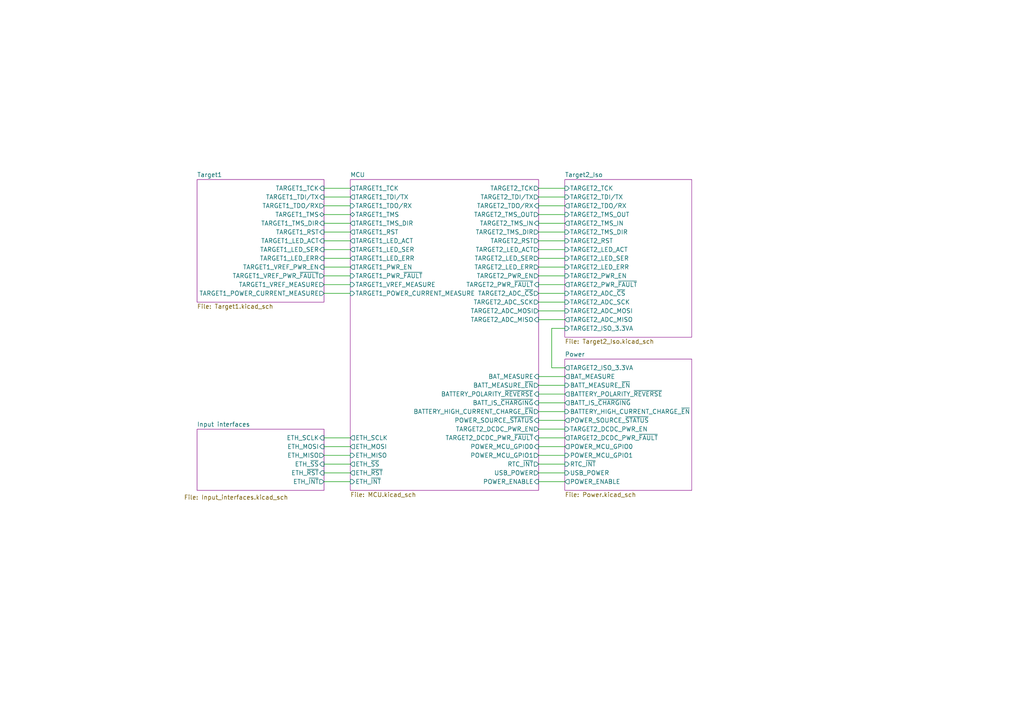
<source format=kicad_sch>
(kicad_sch
	(version 20231120)
	(generator "eeschema")
	(generator_version "8.0")
	(uuid "65daf8d2-4825-4f87-b4f0-8df3e12da549")
	(paper "A4")
	(title_block
		(title "YukaLink rev. D")
		(date "2024-10-23")
		(comment 2 "Designed by: Dmitry Rezvanov (https://github.com/Misaka0x2730)")
	)
	(lib_symbols)
	(wire
		(pts
			(xy 156.21 132.08) (xy 163.83 132.08)
		)
		(stroke
			(width 0)
			(type default)
		)
		(uuid "03ea7d77-1909-4de3-a08b-466f46e202c6")
	)
	(wire
		(pts
			(xy 93.98 129.54) (xy 101.6 129.54)
		)
		(stroke
			(width 0)
			(type default)
		)
		(uuid "07889dc3-9f4e-4702-91af-3a4422710023")
	)
	(wire
		(pts
			(xy 156.21 121.92) (xy 163.83 121.92)
		)
		(stroke
			(width 0)
			(type default)
		)
		(uuid "0c28bc22-c6e1-4fb7-971a-5dabd3141d89")
	)
	(wire
		(pts
			(xy 156.21 54.61) (xy 163.83 54.61)
		)
		(stroke
			(width 0)
			(type solid)
		)
		(uuid "10e3a374-8e75-409e-828e-e8ba380b73ae")
	)
	(wire
		(pts
			(xy 156.21 72.39) (xy 163.83 72.39)
		)
		(stroke
			(width 0)
			(type solid)
		)
		(uuid "1471ef52-2000-46a2-9784-1f532b67f3bc")
	)
	(wire
		(pts
			(xy 156.21 62.23) (xy 163.83 62.23)
		)
		(stroke
			(width 0)
			(type solid)
		)
		(uuid "1549bddb-18e4-4b09-8981-3fe030cd73eb")
	)
	(wire
		(pts
			(xy 93.98 139.7) (xy 101.6 139.7)
		)
		(stroke
			(width 0)
			(type default)
		)
		(uuid "15719a5a-d138-4c04-85dd-03e388fac6b2")
	)
	(wire
		(pts
			(xy 156.21 77.47) (xy 163.83 77.47)
		)
		(stroke
			(width 0)
			(type solid)
		)
		(uuid "1d7aba63-fc41-4660-83f0-ae72ae31ed4c")
	)
	(wire
		(pts
			(xy 156.21 80.01) (xy 163.83 80.01)
		)
		(stroke
			(width 0)
			(type solid)
		)
		(uuid "1e69f2ac-9be4-4cc0-b6e0-64e38d5da546")
	)
	(wire
		(pts
			(xy 156.21 119.38) (xy 163.83 119.38)
		)
		(stroke
			(width 0)
			(type default)
		)
		(uuid "2602afff-152a-40ab-9199-be0eee03a8f1")
	)
	(wire
		(pts
			(xy 156.21 137.16) (xy 163.83 137.16)
		)
		(stroke
			(width 0)
			(type default)
		)
		(uuid "27e7d91b-82ab-4bc7-90c6-f9bce46cba28")
	)
	(wire
		(pts
			(xy 93.98 85.09) (xy 101.6 85.09)
		)
		(stroke
			(width 0)
			(type default)
		)
		(uuid "30154f89-07f1-44a6-b4fa-9729c062c3c3")
	)
	(wire
		(pts
			(xy 93.98 64.77) (xy 101.6 64.77)
		)
		(stroke
			(width 0)
			(type solid)
		)
		(uuid "3548faa3-6c3c-410f-bb09-26a41ed185f5")
	)
	(wire
		(pts
			(xy 156.21 124.46) (xy 163.83 124.46)
		)
		(stroke
			(width 0)
			(type default)
		)
		(uuid "389f4344-8995-4727-9ed5-a3f9189d5c73")
	)
	(wire
		(pts
			(xy 156.21 74.93) (xy 163.83 74.93)
		)
		(stroke
			(width 0)
			(type solid)
		)
		(uuid "3ab19a28-39fb-439c-8a2d-c32045f0cd8d")
	)
	(wire
		(pts
			(xy 156.21 129.54) (xy 163.83 129.54)
		)
		(stroke
			(width 0)
			(type default)
		)
		(uuid "40ca632b-4aeb-4ee6-a2d1-158303b7ae51")
	)
	(wire
		(pts
			(xy 93.98 132.08) (xy 101.6 132.08)
		)
		(stroke
			(width 0)
			(type default)
		)
		(uuid "496f0d37-2c47-451f-a923-e8967d62df89")
	)
	(wire
		(pts
			(xy 93.98 54.61) (xy 101.6 54.61)
		)
		(stroke
			(width 0)
			(type solid)
		)
		(uuid "49efbe59-f0d5-4362-98d0-c6290c1e28d1")
	)
	(wire
		(pts
			(xy 93.98 57.15) (xy 101.6 57.15)
		)
		(stroke
			(width 0)
			(type solid)
		)
		(uuid "503dc07a-63b5-4fe6-acdf-ced75c0979ca")
	)
	(wire
		(pts
			(xy 93.98 59.69) (xy 101.6 59.69)
		)
		(stroke
			(width 0)
			(type solid)
		)
		(uuid "59b50a89-06be-48b1-9b60-e2c07391ffbf")
	)
	(wire
		(pts
			(xy 93.98 77.47) (xy 101.6 77.47)
		)
		(stroke
			(width 0)
			(type solid)
		)
		(uuid "5d18514c-472d-4e72-a553-127d0d2167c4")
	)
	(wire
		(pts
			(xy 93.98 74.93) (xy 101.6 74.93)
		)
		(stroke
			(width 0)
			(type default)
		)
		(uuid "5e6d5e0e-61f4-484a-aac8-5ed1daeebf0c")
	)
	(wire
		(pts
			(xy 156.21 59.69) (xy 163.83 59.69)
		)
		(stroke
			(width 0)
			(type solid)
		)
		(uuid "63ed7164-5b63-4fee-aa23-7986ecc41a20")
	)
	(wire
		(pts
			(xy 160.02 106.68) (xy 163.83 106.68)
		)
		(stroke
			(width 0)
			(type default)
		)
		(uuid "6552a323-eb09-46ec-83d3-9875ac446b5e")
	)
	(wire
		(pts
			(xy 93.98 67.31) (xy 101.6 67.31)
		)
		(stroke
			(width 0)
			(type default)
		)
		(uuid "6954f4f1-9fbb-45bd-9d4f-fa036baf130a")
	)
	(wire
		(pts
			(xy 160.02 95.25) (xy 160.02 106.68)
		)
		(stroke
			(width 0)
			(type default)
		)
		(uuid "777ee351-5f83-4b8b-bb0b-79c675205f25")
	)
	(wire
		(pts
			(xy 93.98 69.85) (xy 101.6 69.85)
		)
		(stroke
			(width 0)
			(type default)
		)
		(uuid "806dfd74-426c-410e-9d8c-8e211ad7f632")
	)
	(wire
		(pts
			(xy 156.21 64.77) (xy 163.83 64.77)
		)
		(stroke
			(width 0)
			(type solid)
		)
		(uuid "81dd90a8-99b3-40df-9aa4-d37328bf1f6b")
	)
	(wire
		(pts
			(xy 160.02 95.25) (xy 163.83 95.25)
		)
		(stroke
			(width 0)
			(type default)
		)
		(uuid "850688ef-1a55-478e-92ec-7ee2d4780f3d")
	)
	(wire
		(pts
			(xy 156.21 87.63) (xy 163.83 87.63)
		)
		(stroke
			(width 0)
			(type default)
		)
		(uuid "881a4cd3-48de-4f2d-8445-83a41a553102")
	)
	(wire
		(pts
			(xy 156.21 92.71) (xy 163.83 92.71)
		)
		(stroke
			(width 0)
			(type default)
		)
		(uuid "88801400-b340-4f2c-a29a-d6f6b8ccfbe4")
	)
	(wire
		(pts
			(xy 93.98 62.23) (xy 101.6 62.23)
		)
		(stroke
			(width 0)
			(type solid)
		)
		(uuid "88c614bf-487f-4032-8d8d-208a0309512f")
	)
	(wire
		(pts
			(xy 156.21 134.62) (xy 163.83 134.62)
		)
		(stroke
			(width 0)
			(type default)
		)
		(uuid "930b8f90-2202-4b42-ae31-0af74c593d50")
	)
	(wire
		(pts
			(xy 93.98 127) (xy 101.6 127)
		)
		(stroke
			(width 0)
			(type default)
		)
		(uuid "99c51796-52c8-4c6c-ad07-b0ef423f9716")
	)
	(wire
		(pts
			(xy 156.21 67.31) (xy 163.83 67.31)
		)
		(stroke
			(width 0)
			(type solid)
		)
		(uuid "9a4c7481-867c-4e74-a9a2-d64acdc65401")
	)
	(wire
		(pts
			(xy 156.21 116.84) (xy 163.83 116.84)
		)
		(stroke
			(width 0)
			(type default)
		)
		(uuid "a03ea8a8-3c49-4aa0-92fc-7fbdf488a61c")
	)
	(wire
		(pts
			(xy 93.98 134.62) (xy 101.6 134.62)
		)
		(stroke
			(width 0)
			(type default)
		)
		(uuid "a3817e3b-d297-40b1-aee2-80a16319f5d4")
	)
	(wire
		(pts
			(xy 156.21 57.15) (xy 163.83 57.15)
		)
		(stroke
			(width 0)
			(type solid)
		)
		(uuid "a622f878-f7e4-4a11-b8f7-f1df1206b305")
	)
	(wire
		(pts
			(xy 156.21 127) (xy 163.83 127)
		)
		(stroke
			(width 0)
			(type default)
		)
		(uuid "a880fb93-2494-4ea4-a14b-00cdc453f169")
	)
	(wire
		(pts
			(xy 93.98 137.16) (xy 101.6 137.16)
		)
		(stroke
			(width 0)
			(type default)
		)
		(uuid "a8a57a44-4805-42fe-a2e0-b9c68138481d")
	)
	(wire
		(pts
			(xy 156.21 90.17) (xy 163.83 90.17)
		)
		(stroke
			(width 0)
			(type default)
		)
		(uuid "abbb00bb-d22e-40d9-8652-0faaf6eb56a2")
	)
	(wire
		(pts
			(xy 156.21 69.85) (xy 163.83 69.85)
		)
		(stroke
			(width 0)
			(type solid)
		)
		(uuid "ad205ca8-1fa0-494b-84da-1fbea8003e6b")
	)
	(wire
		(pts
			(xy 156.21 111.76) (xy 163.83 111.76)
		)
		(stroke
			(width 0)
			(type default)
		)
		(uuid "bc356b8f-ecc1-4ee1-8a76-f66ba1a3e6cb")
	)
	(wire
		(pts
			(xy 156.21 139.7) (xy 163.83 139.7)
		)
		(stroke
			(width 0)
			(type default)
		)
		(uuid "bc3aa4ad-46ac-4df1-b614-614f81a06972")
	)
	(wire
		(pts
			(xy 93.98 72.39) (xy 101.6 72.39)
		)
		(stroke
			(width 0)
			(type default)
		)
		(uuid "c5b45a45-9e7b-4d1c-85a3-704a46a30889")
	)
	(wire
		(pts
			(xy 93.98 80.01) (xy 101.6 80.01)
		)
		(stroke
			(width 0)
			(type default)
		)
		(uuid "c93fedee-d686-4d0e-924c-a4c6826f12d8")
	)
	(wire
		(pts
			(xy 156.21 114.3) (xy 163.83 114.3)
		)
		(stroke
			(width 0)
			(type default)
		)
		(uuid "ccf358bd-bf61-4e17-838d-df89fe6d05b1")
	)
	(wire
		(pts
			(xy 93.98 82.55) (xy 101.6 82.55)
		)
		(stroke
			(width 0)
			(type default)
		)
		(uuid "d7181a7a-acae-44ca-b868-d1bc5a1e52e0")
	)
	(wire
		(pts
			(xy 156.21 82.55) (xy 163.83 82.55)
		)
		(stroke
			(width 0)
			(type solid)
		)
		(uuid "f13864fe-4cde-4ab2-bfa8-eeb22e5aacb5")
	)
	(wire
		(pts
			(xy 156.21 85.09) (xy 163.83 85.09)
		)
		(stroke
			(width 0)
			(type default)
		)
		(uuid "f3e92529-03eb-43d2-806f-6fa557a923c2")
	)
	(wire
		(pts
			(xy 156.21 109.22) (xy 163.83 109.22)
		)
		(stroke
			(width 0)
			(type default)
		)
		(uuid "fde3a9b7-ef12-4a25-b870-9191f17cd5d4")
	)
	(sheet
		(at 163.83 104.14)
		(size 36.83 38.1)
		(fields_autoplaced yes)
		(stroke
			(width 0.0005)
			(type solid)
			(color 132 0 132 1)
		)
		(fill
			(color 255 255 255 0.0000)
		)
		(uuid "2a7ba905-0f24-4127-861f-e8e245434f5c")
		(property "Sheetname" "Power"
			(at 163.83 103.5043 0)
			(effects
				(font
					(size 1.27 1.27)
				)
				(justify left bottom)
			)
		)
		(property "Sheetfile" "Power.kicad_sch"
			(at 163.83 142.7487 0)
			(effects
				(font
					(size 1.27 1.27)
				)
				(justify left top)
			)
		)
		(pin "USB_POWER" input
			(at 163.83 137.16 180)
			(effects
				(font
					(size 1.27 1.27)
				)
				(justify left)
			)
			(uuid "839fc794-5fe0-45bb-b44d-aef69a93e85b")
		)
		(pin "TARGET2_DCDC_PWR_EN" input
			(at 163.83 124.46 180)
			(effects
				(font
					(size 1.27 1.27)
				)
				(justify left)
			)
			(uuid "b09ba962-4f51-46ee-b0cd-4a42957f1dfd")
		)
		(pin "TARGET2_ISO_3.3VA" output
			(at 163.83 106.68 180)
			(effects
				(font
					(size 1.27 1.27)
				)
				(justify left)
			)
			(uuid "0a0a740e-8f54-412f-9fc3-3885b88222aa")
		)
		(pin "TARGET2_DCDC_PWR_~{FAULT}" output
			(at 163.83 127 180)
			(effects
				(font
					(size 1.27 1.27)
				)
				(justify left)
			)
			(uuid "cc17a516-1088-4be2-80ab-21db2932f230")
		)
		(pin "POWER_MCU_GPIO1" input
			(at 163.83 132.08 180)
			(effects
				(font
					(size 1.27 1.27)
				)
				(justify left)
			)
			(uuid "8a4ef66c-c716-4168-b3bf-59723f3ca672")
		)
		(pin "RTC_~{INT}" input
			(at 163.83 134.62 180)
			(effects
				(font
					(size 1.27 1.27)
				)
				(justify left)
			)
			(uuid "0c727935-c43e-4bd6-bfdc-8e7d27e1ee38")
		)
		(pin "POWER_MCU_GPIO0" output
			(at 163.83 129.54 180)
			(effects
				(font
					(size 1.27 1.27)
				)
				(justify left)
			)
			(uuid "2675cb90-9688-4b25-9fe6-4aea2f571fa4")
		)
		(pin "POWER_SOURCE_~{STATUS}" output
			(at 163.83 121.92 180)
			(effects
				(font
					(size 1.27 1.27)
				)
				(justify left)
			)
			(uuid "97bcb0f2-7271-4c3b-947b-71731501d2f0")
		)
		(pin "BATT_IS_~{CHARGING}" output
			(at 163.83 116.84 180)
			(effects
				(font
					(size 1.27 1.27)
				)
				(justify left)
			)
			(uuid "2e237752-d426-4a55-8e89-34f26aaa4a99")
		)
		(pin "BATTERY_HIGH_CURRENT_CHARGE_~{EN}" input
			(at 163.83 119.38 180)
			(effects
				(font
					(size 1.27 1.27)
				)
				(justify left)
			)
			(uuid "ca403847-1495-42e7-a048-190e614d7224")
		)
		(pin "BATTERY_POLARITY_~{REVERSE}" output
			(at 163.83 114.3 180)
			(effects
				(font
					(size 1.27 1.27)
				)
				(justify left)
			)
			(uuid "0a6b418e-abb2-44cf-8f53-18586e083cc9")
		)
		(pin "BAT_MEASURE" output
			(at 163.83 109.22 180)
			(effects
				(font
					(size 1.27 1.27)
				)
				(justify left)
			)
			(uuid "f734c207-d0b6-483f-9f1e-0915cba5d9e5")
		)
		(pin "BATT_MEASURE_~{EN}" input
			(at 163.83 111.76 180)
			(effects
				(font
					(size 1.27 1.27)
				)
				(justify left)
			)
			(uuid "31b50ff6-e98c-494e-a4a4-52898e8111dc")
		)
		(pin "POWER_ENABLE" output
			(at 163.83 139.7 180)
			(effects
				(font
					(size 1.27 1.27)
				)
				(justify left)
			)
			(uuid "bdfe2154-f2eb-4210-8fb9-2bf64a90c31e")
		)
		(instances
			(project "YukaLink_revA"
				(path "/65daf8d2-4825-4f87-b4f0-8df3e12da549"
					(page "6")
				)
			)
		)
	)
	(sheet
		(at 57.15 124.46)
		(size 36.83 17.78)
		(stroke
			(width 0.0005)
			(type solid)
			(color 132 0 132 1)
		)
		(fill
			(color 255 255 255 0.0000)
		)
		(uuid "6c400f8c-64fe-4379-b881-4a778cd4da9f")
		(property "Sheetname" "Input interfaces"
			(at 57.15 123.8243 0)
			(effects
				(font
					(size 1.27 1.27)
				)
				(justify left bottom)
			)
		)
		(property "Sheetfile" "Input_interfaces.kicad_sch"
			(at 53.34 143.51 0)
			(effects
				(font
					(size 1.27 1.27)
				)
				(justify left top)
			)
		)
		(pin "ETH_SCLK" input
			(at 93.98 127 0)
			(effects
				(font
					(size 1.27 1.27)
				)
				(justify right)
			)
			(uuid "81cd425d-d6d4-4f78-a135-24afc5444c93")
		)
		(pin "ETH_MOSI" input
			(at 93.98 129.54 0)
			(effects
				(font
					(size 1.27 1.27)
				)
				(justify right)
			)
			(uuid "03d4e319-dd41-4fe7-9a89-c078b9fd7bb9")
		)
		(pin "ETH_MISO" output
			(at 93.98 132.08 0)
			(effects
				(font
					(size 1.27 1.27)
				)
				(justify right)
			)
			(uuid "9a2a34f8-bf59-4197-9d68-e6ec7dd8d5a5")
		)
		(pin "ETH_~{SS}" input
			(at 93.98 134.62 0)
			(effects
				(font
					(size 1.27 1.27)
				)
				(justify right)
			)
			(uuid "53a72843-3771-4209-9e20-4b780c2c250d")
		)
		(pin "ETH_~{RST}" input
			(at 93.98 137.16 0)
			(effects
				(font
					(size 1.27 1.27)
				)
				(justify right)
			)
			(uuid "6b657bd8-90f1-494d-9c92-5c5d7abd550a")
		)
		(pin "ETH_~{INT}" output
			(at 93.98 139.7 0)
			(effects
				(font
					(size 1.27 1.27)
				)
				(justify right)
			)
			(uuid "2f746813-4197-4484-87d8-f372f80dd4c1")
		)
		(instances
			(project "YukaLink_revA"
				(path "/65daf8d2-4825-4f87-b4f0-8df3e12da549"
					(page "2")
				)
			)
		)
	)
	(sheet
		(at 57.15 52.07)
		(size 36.83 35.56)
		(fields_autoplaced yes)
		(stroke
			(width 0.0005)
			(type solid)
			(color 132 0 132 1)
		)
		(fill
			(color 255 255 255 0.0000)
		)
		(uuid "7ae0ce71-eaca-4548-a57c-b9a9514737bb")
		(property "Sheetname" "Target1"
			(at 57.15 51.4343 0)
			(effects
				(font
					(size 1.27 1.27)
				)
				(justify left bottom)
			)
		)
		(property "Sheetfile" "Target1.kicad_sch"
			(at 57.15 88.1387 0)
			(effects
				(font
					(size 1.27 1.27)
				)
				(justify left top)
			)
		)
		(pin "TARGET1_TMS_DIR" input
			(at 93.98 64.77 0)
			(effects
				(font
					(size 1.27 1.27)
				)
				(justify right)
			)
			(uuid "8514eec8-ae4c-4644-88be-042d54b003a3")
		)
		(pin "TARGET1_TMS" bidirectional
			(at 93.98 62.23 0)
			(effects
				(font
					(size 1.27 1.27)
				)
				(justify right)
			)
			(uuid "a95c5369-1161-4455-b260-f1be6031d4a4")
		)
		(pin "TARGET1_TCK" input
			(at 93.98 54.61 0)
			(effects
				(font
					(size 1.27 1.27)
				)
				(justify right)
			)
			(uuid "60c6e295-2911-409c-b055-a5e67d10727d")
		)
		(pin "TARGET1_LED_ACT" input
			(at 93.98 69.85 0)
			(effects
				(font
					(size 1.27 1.27)
				)
				(justify right)
			)
			(uuid "f64ece80-d4b5-47ed-a990-d4bc71687dc0")
		)
		(pin "TARGET1_LED_SER" input
			(at 93.98 72.39 0)
			(effects
				(font
					(size 1.27 1.27)
				)
				(justify right)
			)
			(uuid "7d63a433-5026-4cca-8908-087a2ed2bc1d")
		)
		(pin "TARGET1_RST" input
			(at 93.98 67.31 0)
			(effects
				(font
					(size 1.27 1.27)
				)
				(justify right)
			)
			(uuid "e424fe38-db29-4ed8-acfa-8be12349f199")
		)
		(pin "TARGET1_POWER_CURRENT_MEASURE" output
			(at 93.98 85.09 0)
			(effects
				(font
					(size 1.27 1.27)
				)
				(justify right)
			)
			(uuid "cdd6ac3c-1ead-4f35-9549-06e9e351a1d2")
		)
		(pin "TARGET1_TDO{slash}RX" output
			(at 93.98 59.69 0)
			(effects
				(font
					(size 1.27 1.27)
				)
				(justify right)
			)
			(uuid "8ef6f5c5-c899-4809-89d5-8de73fe66efc")
		)
		(pin "TARGET1_TDI{slash}TX" input
			(at 93.98 57.15 0)
			(effects
				(font
					(size 1.27 1.27)
				)
				(justify right)
			)
			(uuid "8cf9f3a9-a59a-4830-8c7a-bc0a54b0b125")
		)
		(pin "TARGET1_LED_ERR" input
			(at 93.98 74.93 0)
			(effects
				(font
					(size 1.27 1.27)
				)
				(justify right)
			)
			(uuid "7a648f26-59ce-4afb-b38e-8d9eb2771801")
		)
		(pin "TARGET1_VREF_MEASURE" output
			(at 93.98 82.55 0)
			(effects
				(font
					(size 1.27 1.27)
				)
				(justify right)
			)
			(uuid "e9aa37f8-774a-4074-bcf4-b70149e97586")
		)
		(pin "TARGET1_VREF_PWR_EN" input
			(at 93.98 77.47 0)
			(effects
				(font
					(size 1.27 1.27)
				)
				(justify right)
			)
			(uuid "93348ba7-5b65-402c-a0ab-410eac8c48bc")
		)
		(pin "TARGET1_VREF_PWR_~{FAULT}" output
			(at 93.98 80.01 0)
			(effects
				(font
					(size 1.27 1.27)
				)
				(justify right)
			)
			(uuid "c632d37e-2c28-4d5a-94a6-c58a6ef717d1")
		)
		(instances
			(project "YukaLink_revA"
				(path "/65daf8d2-4825-4f87-b4f0-8df3e12da549"
					(page "4")
				)
			)
		)
	)
	(sheet
		(at 163.83 52.07)
		(size 36.83 45.72)
		(fields_autoplaced yes)
		(stroke
			(width 0.0005)
			(type solid)
			(color 132 0 132 1)
		)
		(fill
			(color 255 255 255 0.0000)
		)
		(uuid "9733d036-670e-4300-86cf-c35e83c4988d")
		(property "Sheetname" "Target2_Iso"
			(at 163.83 51.4343 0)
			(effects
				(font
					(size 1.27 1.27)
				)
				(justify left bottom)
			)
		)
		(property "Sheetfile" "Target2_Iso.kicad_sch"
			(at 163.83 98.2987 0)
			(effects
				(font
					(size 1.27 1.27)
				)
				(justify left top)
			)
		)
		(pin "TARGET2_TMS_OUT" input
			(at 163.83 62.23 180)
			(effects
				(font
					(size 1.27 1.27)
				)
				(justify left)
			)
			(uuid "16db3f4a-6c5a-43ee-bf56-62e101e00c67")
		)
		(pin "TARGET2_TMS_IN" output
			(at 163.83 64.77 180)
			(effects
				(font
					(size 1.27 1.27)
				)
				(justify left)
			)
			(uuid "8a62d061-112b-4123-961b-7660aa861f16")
		)
		(pin "TARGET2_RST" input
			(at 163.83 69.85 180)
			(effects
				(font
					(size 1.27 1.27)
				)
				(justify left)
			)
			(uuid "023e55c1-0b0a-4e93-9d59-d9058b4d2661")
		)
		(pin "TARGET2_PWR_EN" input
			(at 163.83 80.01 180)
			(effects
				(font
					(size 1.27 1.27)
				)
				(justify left)
			)
			(uuid "cf3db4ff-4c02-4dac-be9a-fd90b10a5603")
		)
		(pin "TARGET2_TMS_DIR" input
			(at 163.83 67.31 180)
			(effects
				(font
					(size 1.27 1.27)
				)
				(justify left)
			)
			(uuid "70694d67-501e-485d-9762-5a134f97f1a2")
		)
		(pin "TARGET2_TCK" input
			(at 163.83 54.61 180)
			(effects
				(font
					(size 1.27 1.27)
				)
				(justify left)
			)
			(uuid "6d69f89a-7ec9-47ed-992d-46c1e0394dfd")
		)
		(pin "TARGET2_LED_SER" input
			(at 163.83 74.93 180)
			(effects
				(font
					(size 1.27 1.27)
				)
				(justify left)
			)
			(uuid "590d03b9-7682-485f-9c54-237884716028")
		)
		(pin "TARGET2_LED_ACT" input
			(at 163.83 72.39 180)
			(effects
				(font
					(size 1.27 1.27)
				)
				(justify left)
			)
			(uuid "3f5f3cfb-7959-4834-bc7e-3ca65cdc85a9")
		)
		(pin "TARGET2_PWR_~{FAULT}" output
			(at 163.83 82.55 180)
			(effects
				(font
					(size 1.27 1.27)
				)
				(justify left)
			)
			(uuid "d5062cf7-5cf0-46c3-baa6-ec47995d24fe")
		)
		(pin "TARGET2_ISO_3.3VA" input
			(at 163.83 95.25 180)
			(effects
				(font
					(size 1.27 1.27)
				)
				(justify left)
			)
			(uuid "9cad75c9-49d3-4b12-89a2-2b5e52a824ad")
		)
		(pin "TARGET2_TDI{slash}TX" input
			(at 163.83 57.15 180)
			(effects
				(font
					(size 1.27 1.27)
				)
				(justify left)
			)
			(uuid "263cc398-5665-4116-9963-8645ff1fc10f")
		)
		(pin "TARGET2_TDO{slash}RX" output
			(at 163.83 59.69 180)
			(effects
				(font
					(size 1.27 1.27)
				)
				(justify left)
			)
			(uuid "3f2df45e-10d4-4c5b-b586-ac4388c880cb")
		)
		(pin "TARGET2_LED_ERR" input
			(at 163.83 77.47 180)
			(effects
				(font
					(size 1.27 1.27)
				)
				(justify left)
			)
			(uuid "f9dd68ef-e766-452b-b49b-2f91413b17e4")
		)
		(pin "TARGET2_ADC_~{CS}" input
			(at 163.83 85.09 180)
			(effects
				(font
					(size 1.27 1.27)
				)
				(justify left)
			)
			(uuid "661b6907-e851-400c-9c00-13bd23eb8286")
		)
		(pin "TARGET2_ADC_MOSI" input
			(at 163.83 90.17 180)
			(effects
				(font
					(size 1.27 1.27)
				)
				(justify left)
			)
			(uuid "3cbe5d49-6f4a-4cf0-91d0-b39b38a9d493")
		)
		(pin "TARGET2_ADC_SCK" input
			(at 163.83 87.63 180)
			(effects
				(font
					(size 1.27 1.27)
				)
				(justify left)
			)
			(uuid "cb2b63c5-b650-4979-bcd7-8a82ae4cc334")
		)
		(pin "TARGET2_ADC_MISO" output
			(at 163.83 92.71 180)
			(effects
				(font
					(size 1.27 1.27)
				)
				(justify left)
			)
			(uuid "efd78236-795e-49b3-94d4-d2ecbeb74ae9")
		)
		(instances
			(project "YukaLink_revA"
				(path "/65daf8d2-4825-4f87-b4f0-8df3e12da549"
					(page "5")
				)
			)
		)
	)
	(sheet
		(at 101.6 52.07)
		(size 54.61 90.17)
		(fields_autoplaced yes)
		(stroke
			(width 0.0005)
			(type solid)
			(color 132 0 132 1)
		)
		(fill
			(color 255 255 255 0.0000)
		)
		(uuid "b599441c-0607-4d82-84bb-2d047309a95d")
		(property "Sheetname" "MCU"
			(at 101.6 51.4343 0)
			(effects
				(font
					(size 1.27 1.27)
				)
				(justify left bottom)
			)
		)
		(property "Sheetfile" "MCU.kicad_sch"
			(at 101.6 142.7487 0)
			(effects
				(font
					(size 1.27 1.27)
				)
				(justify left top)
			)
		)
		(pin "TARGET2_TMS_OUT" output
			(at 156.21 62.23 0)
			(effects
				(font
					(size 1.27 1.27)
				)
				(justify right)
			)
			(uuid "82c23acb-87d3-43c0-88e4-15bbbb41404a")
		)
		(pin "TARGET1_TMS" bidirectional
			(at 101.6 62.23 180)
			(effects
				(font
					(size 1.27 1.27)
				)
				(justify left)
			)
			(uuid "bc819a78-fa82-4727-9061-4751b723c655")
		)
		(pin "TARGET1_TCK" output
			(at 101.6 54.61 180)
			(effects
				(font
					(size 1.27 1.27)
				)
				(justify left)
			)
			(uuid "18e2289a-2357-4a99-8877-9520275b36b6")
		)
		(pin "TARGET2_RST" output
			(at 156.21 69.85 0)
			(effects
				(font
					(size 1.27 1.27)
				)
				(justify right)
			)
			(uuid "70dd9447-3f93-44e4-85a1-98d7aec6ab60")
		)
		(pin "TARGET2_TCK" output
			(at 156.21 54.61 0)
			(effects
				(font
					(size 1.27 1.27)
				)
				(justify right)
			)
			(uuid "c7215838-7c63-47c2-82ed-1fc159c7e5a2")
		)
		(pin "TARGET2_TMS_DIR" output
			(at 156.21 67.31 0)
			(effects
				(font
					(size 1.27 1.27)
				)
				(justify right)
			)
			(uuid "dc121859-6da6-4354-ae2c-a6dd4dd410e9")
		)
		(pin "TARGET2_TMS_IN" input
			(at 156.21 64.77 0)
			(effects
				(font
					(size 1.27 1.27)
				)
				(justify right)
			)
			(uuid "12f7a2a0-aa48-4f86-826c-b405d65a19ed")
		)
		(pin "ETH_SCLK" output
			(at 101.6 127 180)
			(effects
				(font
					(size 1.27 1.27)
				)
				(justify left)
			)
			(uuid "51500b2e-060e-495a-badd-cce02faaac38")
		)
		(pin "ETH_MOSI" output
			(at 101.6 129.54 180)
			(effects
				(font
					(size 1.27 1.27)
				)
				(justify left)
			)
			(uuid "b2ac203e-6a5a-4f58-b240-0ccaeb6793ae")
		)
		(pin "TARGET1_RST" output
			(at 101.6 67.31 180)
			(effects
				(font
					(size 1.27 1.27)
				)
				(justify left)
			)
			(uuid "f87f1c00-d8fd-4628-8ff8-499163945179")
		)
		(pin "TARGET1_TMS_DIR" output
			(at 101.6 64.77 180)
			(effects
				(font
					(size 1.27 1.27)
				)
				(justify left)
			)
			(uuid "689ffb6c-4588-41de-9326-29e791680e7a")
		)
		(pin "ETH_MISO" input
			(at 101.6 132.08 180)
			(effects
				(font
					(size 1.27 1.27)
				)
				(justify left)
			)
			(uuid "263e92c6-344a-44a4-8e44-1397603f385b")
		)
		(pin "TARGET1_LED_SER" output
			(at 101.6 72.39 180)
			(effects
				(font
					(size 1.27 1.27)
				)
				(justify left)
			)
			(uuid "e7cef3da-46e8-4a27-bcb2-7a7ccc7c75c4")
		)
		(pin "TARGET2_LED_ACT" output
			(at 156.21 72.39 0)
			(effects
				(font
					(size 1.27 1.27)
				)
				(justify right)
			)
			(uuid "6e14e2f7-6390-466a-bbe8-0bb2a3d1ee9e")
		)
		(pin "TARGET2_LED_SER" output
			(at 156.21 74.93 0)
			(effects
				(font
					(size 1.27 1.27)
				)
				(justify right)
			)
			(uuid "3174accf-b5bd-4ad3-8c73-1fe769046d86")
		)
		(pin "TARGET1_LED_ACT" output
			(at 101.6 69.85 180)
			(effects
				(font
					(size 1.27 1.27)
				)
				(justify left)
			)
			(uuid "5baa20dd-f2bb-4951-a239-0c1d75d30645")
		)
		(pin "ETH_~{SS}" output
			(at 101.6 134.62 180)
			(effects
				(font
					(size 1.27 1.27)
				)
				(justify left)
			)
			(uuid "75914ca6-f389-428e-9786-03a1ff637dc1")
		)
		(pin "ETH_~{INT}" input
			(at 101.6 139.7 180)
			(effects
				(font
					(size 1.27 1.27)
				)
				(justify left)
			)
			(uuid "0884e7ae-8f47-4b8d-a361-b3aa54396a69")
		)
		(pin "ETH_~{RST}" output
			(at 101.6 137.16 180)
			(effects
				(font
					(size 1.27 1.27)
				)
				(justify left)
			)
			(uuid "2422c6cb-2831-4740-ad3e-af2750e732e6")
		)
		(pin "TARGET2_PWR_~{FAULT}" input
			(at 156.21 82.55 0)
			(effects
				(font
					(size 1.27 1.27)
				)
				(justify right)
			)
			(uuid "d286b0fe-55c5-416d-a7fd-7690df9640af")
		)
		(pin "TARGET2_DCDC_PWR_EN" output
			(at 156.21 124.46 0)
			(effects
				(font
					(size 1.27 1.27)
				)
				(justify right)
			)
			(uuid "b5096919-16f7-4a2a-ba26-5e926b0ac221")
		)
		(pin "TARGET1_POWER_CURRENT_MEASURE" input
			(at 101.6 85.09 180)
			(effects
				(font
					(size 1.27 1.27)
				)
				(justify left)
			)
			(uuid "a07fde7d-4644-43e7-b26a-5eaa9fb25587")
		)
		(pin "TARGET2_DCDC_PWR_~{FAULT}" input
			(at 156.21 127 0)
			(effects
				(font
					(size 1.27 1.27)
				)
				(justify right)
			)
			(uuid "5ff07733-942f-49a1-80c0-33f9f65760a1")
		)
		(pin "POWER_MCU_GPIO1" output
			(at 156.21 132.08 0)
			(effects
				(font
					(size 1.27 1.27)
				)
				(justify right)
			)
			(uuid "25b75438-6267-45eb-8549-db10d112544c")
		)
		(pin "RTC_~{INT}" output
			(at 156.21 134.62 0)
			(effects
				(font
					(size 1.27 1.27)
				)
				(justify right)
			)
			(uuid "dc06cf0e-fd4f-4d2d-b207-e9cefd7d4548")
		)
		(pin "POWER_MCU_GPIO0" input
			(at 156.21 129.54 0)
			(effects
				(font
					(size 1.27 1.27)
				)
				(justify right)
			)
			(uuid "b47bc628-fb90-4269-98ba-6555d0f53068")
		)
		(pin "TARGET1_TDI{slash}TX" output
			(at 101.6 57.15 180)
			(effects
				(font
					(size 1.27 1.27)
				)
				(justify left)
			)
			(uuid "90ed2a55-d542-435a-a483-860462566b6c")
		)
		(pin "TARGET1_TDO{slash}RX" input
			(at 101.6 59.69 180)
			(effects
				(font
					(size 1.27 1.27)
				)
				(justify left)
			)
			(uuid "9d9f5ba0-b2d4-4de0-970b-87b5c99e5683")
		)
		(pin "TARGET2_TDI{slash}TX" output
			(at 156.21 57.15 0)
			(effects
				(font
					(size 1.27 1.27)
				)
				(justify right)
			)
			(uuid "9c0bdd71-58e9-479b-8012-dc50f1ad0a27")
		)
		(pin "TARGET2_TDO{slash}RX" input
			(at 156.21 59.69 0)
			(effects
				(font
					(size 1.27 1.27)
				)
				(justify right)
			)
			(uuid "87459ce2-29c1-40fe-94fa-afbfcb205811")
		)
		(pin "USB_POWER" output
			(at 156.21 137.16 0)
			(effects
				(font
					(size 1.27 1.27)
				)
				(justify right)
			)
			(uuid "b5039dfc-e78c-459a-9539-a6f2ec30b414")
		)
		(pin "TARGET1_VREF_MEASURE" input
			(at 101.6 82.55 180)
			(effects
				(font
					(size 1.27 1.27)
				)
				(justify left)
			)
			(uuid "8dc692b7-cf92-4eae-aacc-6faea58a6c8f")
		)
		(pin "TARGET1_LED_ERR" output
			(at 101.6 74.93 180)
			(effects
				(font
					(size 1.27 1.27)
				)
				(justify left)
			)
			(uuid "edc8734e-2315-4dc5-a7c6-c939db797d20")
		)
		(pin "TARGET2_LED_ERR" output
			(at 156.21 77.47 0)
			(effects
				(font
					(size 1.27 1.27)
				)
				(justify right)
			)
			(uuid "98858097-7622-42e0-9a49-55214da7bc88")
		)
		(pin "BATT_IS_~{CHARGING}" input
			(at 156.21 116.84 0)
			(effects
				(font
					(size 1.27 1.27)
				)
				(justify right)
			)
			(uuid "60160ebe-36f1-47bf-a1f2-f85ca6e2a90d")
		)
		(pin "POWER_SOURCE_~{STATUS}" input
			(at 156.21 121.92 0)
			(effects
				(font
					(size 1.27 1.27)
				)
				(justify right)
			)
			(uuid "4e36df5c-9bb1-46af-b6fe-d0c7fd1e957b")
		)
		(pin "BATTERY_POLARITY_~{REVERSE}" input
			(at 156.21 114.3 0)
			(effects
				(font
					(size 1.27 1.27)
				)
				(justify right)
			)
			(uuid "f4f00f6a-7d0a-4c02-b1cf-b83b09510665")
		)
		(pin "BATTERY_HIGH_CURRENT_CHARGE_~{EN}" output
			(at 156.21 119.38 0)
			(effects
				(font
					(size 1.27 1.27)
				)
				(justify right)
			)
			(uuid "42419384-a81f-463c-80a9-a64d9c0443ae")
		)
		(pin "TARGET1_PWR_~{FAULT}" input
			(at 101.6 80.01 180)
			(effects
				(font
					(size 1.27 1.27)
				)
				(justify left)
			)
			(uuid "f1145076-aaca-40c0-973d-7c7214e1bc03")
		)
		(pin "TARGET1_PWR_EN" output
			(at 101.6 77.47 180)
			(effects
				(font
					(size 1.27 1.27)
				)
				(justify left)
			)
			(uuid "13f24ec4-6b7c-4abb-8977-e4084c255d5f")
		)
		(pin "TARGET2_PWR_EN" output
			(at 156.21 80.01 0)
			(effects
				(font
					(size 1.27 1.27)
				)
				(justify right)
			)
			(uuid "10746d51-1917-451d-9491-0857728ff9d1")
		)
		(pin "TARGET2_ADC_MOSI" output
			(at 156.21 90.17 0)
			(effects
				(font
					(size 1.27 1.27)
				)
				(justify right)
			)
			(uuid "c0d61cb2-822b-43fe-9bb8-1aee7300fdfd")
		)
		(pin "TARGET2_ADC_MISO" input
			(at 156.21 92.71 0)
			(effects
				(font
					(size 1.27 1.27)
				)
				(justify right)
			)
			(uuid "9637068f-dd2f-4f70-9de7-a0823fc3f056")
		)
		(pin "TARGET2_ADC_~{CS}" output
			(at 156.21 85.09 0)
			(effects
				(font
					(size 1.27 1.27)
				)
				(justify right)
			)
			(uuid "ec93acb8-1725-48be-919c-040119c8195b")
		)
		(pin "TARGET2_ADC_SCK" output
			(at 156.21 87.63 0)
			(effects
				(font
					(size 1.27 1.27)
				)
				(justify right)
			)
			(uuid "bce21619-d9ee-484d-bee2-a8d9f63a8c75")
		)
		(pin "BATT_MEASURE_~{EN}" output
			(at 156.21 111.76 0)
			(effects
				(font
					(size 1.27 1.27)
				)
				(justify right)
			)
			(uuid "82ac0915-19c7-42a1-aa67-5f2f04ddcaff")
		)
		(pin "BAT_MEASURE" input
			(at 156.21 109.22 0)
			(effects
				(font
					(size 1.27 1.27)
				)
				(justify right)
			)
			(uuid "70b34ffe-93b1-46a5-a517-cf250f5ef8f0")
		)
		(pin "POWER_ENABLE" input
			(at 156.21 139.7 0)
			(effects
				(font
					(size 1.27 1.27)
				)
				(justify right)
			)
			(uuid "54826c5f-92f2-4058-9bab-b7212b8208bf")
		)
		(instances
			(project "YukaLink_revA"
				(path "/65daf8d2-4825-4f87-b4f0-8df3e12da549"
					(page "3")
				)
			)
		)
	)
	(sheet_instances
		(path "/"
			(page "1")
		)
	)
)

</source>
